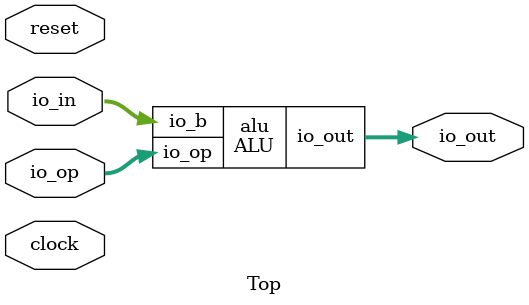
<source format=v>
module ALU(	// src/main/scala/ALU.scala:4:7
  input  [3:0] io_b,	// src/main/scala/ALU.scala:8:14
               io_op,	// src/main/scala/ALU.scala:8:14
  output [3:0] io_out	// src/main/scala/ALU.scala:8:14
);

  wire [18:0] _io_out_T_10 = 19'h5 << io_b;	// src/main/scala/ALU.scala:24:25
  assign io_out =
    io_op == 4'h0
      ? io_b + 4'h5
      : (io_op[0] ? 4'h5 - io_b : 4'h0) | (io_op[1] ? io_b & 4'h5 : 4'h0)
        | (io_op[2] ? io_b ^ 4'h5 : 4'h0) | (io_op[3] ? _io_out_T_10[3:0] : 4'h0);	// src/main/scala/ALU.scala:4:7, :8:14, :17:{15,20}, :18:{12,20}, :20:12, :21:{12,25}, :22:{12,25}, :23:{12,25}, :24:{12,25}, src/main/scala/chisel3/util/Mux.scala:30:73
endmodule

module Top(	// src/main/scala/Top.scala:3:7
  input        clock,	// src/main/scala/Top.scala:3:7
               reset,	// src/main/scala/Top.scala:3:7
  input  [3:0] io_in,	// src/main/scala/Top.scala:10:14
               io_op,	// src/main/scala/Top.scala:10:14
  output [3:0] io_out	// src/main/scala/Top.scala:10:14
);

  ALU alu (	// src/main/scala/Top.scala:16:19
    .io_b   (io_in),
    .io_op  (io_op),
    .io_out (io_out)
  );
endmodule


</source>
